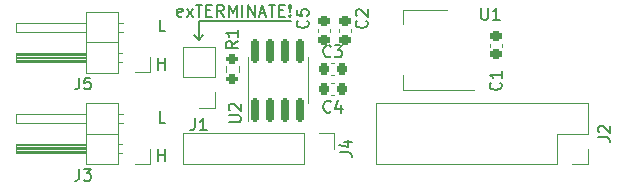
<source format=gbr>
%TF.GenerationSoftware,KiCad,Pcbnew,(6.0.7)*%
%TF.CreationDate,2023-01-15T17:04:05+01:00*%
%TF.ProjectId,I_CAN_has_carrot,495f4341-4e5f-4686-9173-5f636172726f,rev?*%
%TF.SameCoordinates,Original*%
%TF.FileFunction,Legend,Top*%
%TF.FilePolarity,Positive*%
%FSLAX46Y46*%
G04 Gerber Fmt 4.6, Leading zero omitted, Abs format (unit mm)*
G04 Created by KiCad (PCBNEW (6.0.7)) date 2023-01-15 17:04:05*
%MOMM*%
%LPD*%
G01*
G04 APERTURE LIST*
G04 Aperture macros list*
%AMRoundRect*
0 Rectangle with rounded corners*
0 $1 Rounding radius*
0 $2 $3 $4 $5 $6 $7 $8 $9 X,Y pos of 4 corners*
0 Add a 4 corners polygon primitive as box body*
4,1,4,$2,$3,$4,$5,$6,$7,$8,$9,$2,$3,0*
0 Add four circle primitives for the rounded corners*
1,1,$1+$1,$2,$3*
1,1,$1+$1,$4,$5*
1,1,$1+$1,$6,$7*
1,1,$1+$1,$8,$9*
0 Add four rect primitives between the rounded corners*
20,1,$1+$1,$2,$3,$4,$5,0*
20,1,$1+$1,$4,$5,$6,$7,0*
20,1,$1+$1,$6,$7,$8,$9,0*
20,1,$1+$1,$8,$9,$2,$3,0*%
G04 Aperture macros list end*
%ADD10C,0.150000*%
%ADD11C,0.120000*%
%ADD12RoundRect,0.200000X0.275000X-0.200000X0.275000X0.200000X-0.275000X0.200000X-0.275000X-0.200000X0*%
%ADD13R,1.700000X1.700000*%
%ADD14O,1.700000X1.700000*%
%ADD15RoundRect,0.225000X-0.225000X-0.250000X0.225000X-0.250000X0.225000X0.250000X-0.225000X0.250000X0*%
%ADD16RoundRect,0.225000X-0.250000X0.225000X-0.250000X-0.225000X0.250000X-0.225000X0.250000X0.225000X0*%
%ADD17R,2.000000X1.500000*%
%ADD18R,2.000000X3.800000*%
%ADD19RoundRect,0.150000X0.150000X-0.825000X0.150000X0.825000X-0.150000X0.825000X-0.150000X-0.825000X0*%
G04 APERTURE END LIST*
D10*
X115200000Y-52200000D02*
X107400000Y-52200000D01*
X107800000Y-53400000D02*
X107400000Y-53800000D01*
X107400000Y-52200000D02*
X107400000Y-53800000D01*
X107000000Y-53400000D02*
X107400000Y-53800000D01*
X105991547Y-51779761D02*
X105896309Y-51827380D01*
X105705833Y-51827380D01*
X105610595Y-51779761D01*
X105562976Y-51684523D01*
X105562976Y-51303571D01*
X105610595Y-51208333D01*
X105705833Y-51160714D01*
X105896309Y-51160714D01*
X105991547Y-51208333D01*
X106039166Y-51303571D01*
X106039166Y-51398809D01*
X105562976Y-51494047D01*
X106372500Y-51827380D02*
X106896309Y-51160714D01*
X106372500Y-51160714D02*
X106896309Y-51827380D01*
X107134404Y-50827380D02*
X107705833Y-50827380D01*
X107420119Y-51827380D02*
X107420119Y-50827380D01*
X108039166Y-51303571D02*
X108372500Y-51303571D01*
X108515357Y-51827380D02*
X108039166Y-51827380D01*
X108039166Y-50827380D01*
X108515357Y-50827380D01*
X109515357Y-51827380D02*
X109182023Y-51351190D01*
X108943928Y-51827380D02*
X108943928Y-50827380D01*
X109324880Y-50827380D01*
X109420119Y-50875000D01*
X109467738Y-50922619D01*
X109515357Y-51017857D01*
X109515357Y-51160714D01*
X109467738Y-51255952D01*
X109420119Y-51303571D01*
X109324880Y-51351190D01*
X108943928Y-51351190D01*
X109943928Y-51827380D02*
X109943928Y-50827380D01*
X110277261Y-51541666D01*
X110610595Y-50827380D01*
X110610595Y-51827380D01*
X111086785Y-51827380D02*
X111086785Y-50827380D01*
X111562976Y-51827380D02*
X111562976Y-50827380D01*
X112134404Y-51827380D01*
X112134404Y-50827380D01*
X112562976Y-51541666D02*
X113039166Y-51541666D01*
X112467738Y-51827380D02*
X112801071Y-50827380D01*
X113134404Y-51827380D01*
X113324880Y-50827380D02*
X113896309Y-50827380D01*
X113610595Y-51827380D02*
X113610595Y-50827380D01*
X114229642Y-51303571D02*
X114562976Y-51303571D01*
X114705833Y-51827380D02*
X114229642Y-51827380D01*
X114229642Y-50827380D01*
X114705833Y-50827380D01*
X115134404Y-51732142D02*
X115182023Y-51779761D01*
X115134404Y-51827380D01*
X115086785Y-51779761D01*
X115134404Y-51732142D01*
X115134404Y-51827380D01*
X115134404Y-51446428D02*
X115086785Y-50875000D01*
X115134404Y-50827380D01*
X115182023Y-50875000D01*
X115134404Y-51446428D01*
X115134404Y-50827380D01*
X104559523Y-60842380D02*
X104083333Y-60842380D01*
X104083333Y-59842380D01*
X103964285Y-64062380D02*
X103964285Y-63062380D01*
X103964285Y-63538571D02*
X104535714Y-63538571D01*
X104535714Y-64062380D02*
X104535714Y-63062380D01*
X104559523Y-53092380D02*
X104083333Y-53092380D01*
X104083333Y-52092380D01*
X103964285Y-56312380D02*
X103964285Y-55312380D01*
X103964285Y-55788571D02*
X104535714Y-55788571D01*
X104535714Y-56312380D02*
X104535714Y-55312380D01*
%TO.C,R1*%
X110702380Y-53916666D02*
X110226190Y-54250000D01*
X110702380Y-54488095D02*
X109702380Y-54488095D01*
X109702380Y-54107142D01*
X109750000Y-54011904D01*
X109797619Y-53964285D01*
X109892857Y-53916666D01*
X110035714Y-53916666D01*
X110130952Y-53964285D01*
X110178571Y-54011904D01*
X110226190Y-54107142D01*
X110226190Y-54488095D01*
X110702380Y-52964285D02*
X110702380Y-53535714D01*
X110702380Y-53250000D02*
X109702380Y-53250000D01*
X109845238Y-53345238D01*
X109940476Y-53440476D01*
X109988095Y-53535714D01*
%TO.C,J4*%
X119342380Y-63333333D02*
X120056666Y-63333333D01*
X120199523Y-63380952D01*
X120294761Y-63476190D01*
X120342380Y-63619047D01*
X120342380Y-63714285D01*
X119675714Y-62428571D02*
X120342380Y-62428571D01*
X119294761Y-62666666D02*
X120009047Y-62904761D01*
X120009047Y-62285714D01*
%TO.C,C3*%
X118583333Y-55177142D02*
X118535714Y-55224761D01*
X118392857Y-55272380D01*
X118297619Y-55272380D01*
X118154761Y-55224761D01*
X118059523Y-55129523D01*
X118011904Y-55034285D01*
X117964285Y-54843809D01*
X117964285Y-54700952D01*
X118011904Y-54510476D01*
X118059523Y-54415238D01*
X118154761Y-54320000D01*
X118297619Y-54272380D01*
X118392857Y-54272380D01*
X118535714Y-54320000D01*
X118583333Y-54367619D01*
X118916666Y-54272380D02*
X119535714Y-54272380D01*
X119202380Y-54653333D01*
X119345238Y-54653333D01*
X119440476Y-54700952D01*
X119488095Y-54748571D01*
X119535714Y-54843809D01*
X119535714Y-55081904D01*
X119488095Y-55177142D01*
X119440476Y-55224761D01*
X119345238Y-55272380D01*
X119059523Y-55272380D01*
X118964285Y-55224761D01*
X118916666Y-55177142D01*
%TO.C,C5*%
X116607142Y-52166666D02*
X116654761Y-52214285D01*
X116702380Y-52357142D01*
X116702380Y-52452380D01*
X116654761Y-52595238D01*
X116559523Y-52690476D01*
X116464285Y-52738095D01*
X116273809Y-52785714D01*
X116130952Y-52785714D01*
X115940476Y-52738095D01*
X115845238Y-52690476D01*
X115750000Y-52595238D01*
X115702380Y-52452380D01*
X115702380Y-52357142D01*
X115750000Y-52214285D01*
X115797619Y-52166666D01*
X115702380Y-51261904D02*
X115702380Y-51738095D01*
X116178571Y-51785714D01*
X116130952Y-51738095D01*
X116083333Y-51642857D01*
X116083333Y-51404761D01*
X116130952Y-51309523D01*
X116178571Y-51261904D01*
X116273809Y-51214285D01*
X116511904Y-51214285D01*
X116607142Y-51261904D01*
X116654761Y-51309523D01*
X116702380Y-51404761D01*
X116702380Y-51642857D01*
X116654761Y-51738095D01*
X116607142Y-51785714D01*
%TO.C,U1*%
X131328095Y-51102380D02*
X131328095Y-51911904D01*
X131375714Y-52007142D01*
X131423333Y-52054761D01*
X131518571Y-52102380D01*
X131709047Y-52102380D01*
X131804285Y-52054761D01*
X131851904Y-52007142D01*
X131899523Y-51911904D01*
X131899523Y-51102380D01*
X132899523Y-52102380D02*
X132328095Y-52102380D01*
X132613809Y-52102380D02*
X132613809Y-51102380D01*
X132518571Y-51245238D01*
X132423333Y-51340476D01*
X132328095Y-51388095D01*
%TO.C,C2*%
X121607142Y-52166666D02*
X121654761Y-52214285D01*
X121702380Y-52357142D01*
X121702380Y-52452380D01*
X121654761Y-52595238D01*
X121559523Y-52690476D01*
X121464285Y-52738095D01*
X121273809Y-52785714D01*
X121130952Y-52785714D01*
X120940476Y-52738095D01*
X120845238Y-52690476D01*
X120750000Y-52595238D01*
X120702380Y-52452380D01*
X120702380Y-52357142D01*
X120750000Y-52214285D01*
X120797619Y-52166666D01*
X120797619Y-51785714D02*
X120750000Y-51738095D01*
X120702380Y-51642857D01*
X120702380Y-51404761D01*
X120750000Y-51309523D01*
X120797619Y-51261904D01*
X120892857Y-51214285D01*
X120988095Y-51214285D01*
X121130952Y-51261904D01*
X121702380Y-51833333D01*
X121702380Y-51214285D01*
%TO.C,J2*%
X141222380Y-62063333D02*
X141936666Y-62063333D01*
X142079523Y-62110952D01*
X142174761Y-62206190D01*
X142222380Y-62349047D01*
X142222380Y-62444285D01*
X141317619Y-61634761D02*
X141270000Y-61587142D01*
X141222380Y-61491904D01*
X141222380Y-61253809D01*
X141270000Y-61158571D01*
X141317619Y-61110952D01*
X141412857Y-61063333D01*
X141508095Y-61063333D01*
X141650952Y-61110952D01*
X142222380Y-61682380D01*
X142222380Y-61063333D01*
%TO.C,C1*%
X132947142Y-57416666D02*
X132994761Y-57464285D01*
X133042380Y-57607142D01*
X133042380Y-57702380D01*
X132994761Y-57845238D01*
X132899523Y-57940476D01*
X132804285Y-57988095D01*
X132613809Y-58035714D01*
X132470952Y-58035714D01*
X132280476Y-57988095D01*
X132185238Y-57940476D01*
X132090000Y-57845238D01*
X132042380Y-57702380D01*
X132042380Y-57607142D01*
X132090000Y-57464285D01*
X132137619Y-57416666D01*
X133042380Y-56464285D02*
X133042380Y-57035714D01*
X133042380Y-56750000D02*
X132042380Y-56750000D01*
X132185238Y-56845238D01*
X132280476Y-56940476D01*
X132328095Y-57035714D01*
%TO.C,U2*%
X109952380Y-60761904D02*
X110761904Y-60761904D01*
X110857142Y-60714285D01*
X110904761Y-60666666D01*
X110952380Y-60571428D01*
X110952380Y-60380952D01*
X110904761Y-60285714D01*
X110857142Y-60238095D01*
X110761904Y-60190476D01*
X109952380Y-60190476D01*
X110047619Y-59761904D02*
X110000000Y-59714285D01*
X109952380Y-59619047D01*
X109952380Y-59380952D01*
X110000000Y-59285714D01*
X110047619Y-59238095D01*
X110142857Y-59190476D01*
X110238095Y-59190476D01*
X110380952Y-59238095D01*
X110952380Y-59809523D01*
X110952380Y-59190476D01*
%TO.C,J1*%
X107076666Y-60452380D02*
X107076666Y-61166666D01*
X107029047Y-61309523D01*
X106933809Y-61404761D01*
X106790952Y-61452380D01*
X106695714Y-61452380D01*
X108076666Y-61452380D02*
X107505238Y-61452380D01*
X107790952Y-61452380D02*
X107790952Y-60452380D01*
X107695714Y-60595238D01*
X107600476Y-60690476D01*
X107505238Y-60738095D01*
%TO.C,J3*%
X97281666Y-64722380D02*
X97281666Y-65436666D01*
X97234047Y-65579523D01*
X97138809Y-65674761D01*
X96995952Y-65722380D01*
X96900714Y-65722380D01*
X97662619Y-64722380D02*
X98281666Y-64722380D01*
X97948333Y-65103333D01*
X98091190Y-65103333D01*
X98186428Y-65150952D01*
X98234047Y-65198571D01*
X98281666Y-65293809D01*
X98281666Y-65531904D01*
X98234047Y-65627142D01*
X98186428Y-65674761D01*
X98091190Y-65722380D01*
X97805476Y-65722380D01*
X97710238Y-65674761D01*
X97662619Y-65627142D01*
%TO.C,C4*%
X118583333Y-59857142D02*
X118535714Y-59904761D01*
X118392857Y-59952380D01*
X118297619Y-59952380D01*
X118154761Y-59904761D01*
X118059523Y-59809523D01*
X118011904Y-59714285D01*
X117964285Y-59523809D01*
X117964285Y-59380952D01*
X118011904Y-59190476D01*
X118059523Y-59095238D01*
X118154761Y-59000000D01*
X118297619Y-58952380D01*
X118392857Y-58952380D01*
X118535714Y-59000000D01*
X118583333Y-59047619D01*
X119440476Y-59285714D02*
X119440476Y-59952380D01*
X119202380Y-58904761D02*
X118964285Y-59619047D01*
X119583333Y-59619047D01*
%TO.C,J5*%
X97281666Y-56997380D02*
X97281666Y-57711666D01*
X97234047Y-57854523D01*
X97138809Y-57949761D01*
X96995952Y-57997380D01*
X96900714Y-57997380D01*
X98234047Y-56997380D02*
X97757857Y-56997380D01*
X97710238Y-57473571D01*
X97757857Y-57425952D01*
X97853095Y-57378333D01*
X98091190Y-57378333D01*
X98186428Y-57425952D01*
X98234047Y-57473571D01*
X98281666Y-57568809D01*
X98281666Y-57806904D01*
X98234047Y-57902142D01*
X98186428Y-57949761D01*
X98091190Y-57997380D01*
X97853095Y-57997380D01*
X97757857Y-57949761D01*
X97710238Y-57902142D01*
D11*
%TO.C,R1*%
X110772500Y-56487258D02*
X110772500Y-56012742D01*
X109727500Y-56487258D02*
X109727500Y-56012742D01*
%TO.C,J4*%
X118890000Y-61670000D02*
X118890000Y-63000000D01*
X106070000Y-61670000D02*
X106070000Y-64330000D01*
X117560000Y-61670000D02*
X118890000Y-61670000D01*
X116290000Y-61670000D02*
X116290000Y-64330000D01*
X116290000Y-64330000D02*
X106070000Y-64330000D01*
X116290000Y-61670000D02*
X106070000Y-61670000D01*
%TO.C,C3*%
X118609420Y-56760000D02*
X118890580Y-56760000D01*
X118609420Y-55740000D02*
X118890580Y-55740000D01*
%TO.C,C5*%
X118510000Y-52859420D02*
X118510000Y-53140580D01*
X117490000Y-52859420D02*
X117490000Y-53140580D01*
%TO.C,U1*%
X124680000Y-58060000D02*
X124680000Y-56800000D01*
X130690000Y-58060000D02*
X124680000Y-58060000D01*
X128440000Y-51240000D02*
X124680000Y-51240000D01*
X124680000Y-51240000D02*
X124680000Y-52500000D01*
%TO.C,C2*%
X119240000Y-52859420D02*
X119240000Y-53140580D01*
X120260000Y-52859420D02*
X120260000Y-53140580D01*
%TO.C,J2*%
X140330000Y-63000000D02*
X140330000Y-64330000D01*
X140330000Y-59130000D02*
X122430000Y-59130000D01*
X140330000Y-64330000D02*
X139000000Y-64330000D01*
X137730000Y-64330000D02*
X122430000Y-64330000D01*
X140330000Y-61730000D02*
X137730000Y-61730000D01*
X122430000Y-59130000D02*
X122430000Y-64330000D01*
X140330000Y-59130000D02*
X140330000Y-61730000D01*
X137730000Y-61730000D02*
X137730000Y-64330000D01*
%TO.C,C1*%
X133100000Y-54109420D02*
X133100000Y-54390580D01*
X132080000Y-54109420D02*
X132080000Y-54390580D01*
%TO.C,U2*%
X111535000Y-57225000D02*
X111535000Y-60675000D01*
X116655000Y-57225000D02*
X116655000Y-55275000D01*
X116655000Y-57225000D02*
X116655000Y-59175000D01*
X111535000Y-57225000D02*
X111535000Y-55275000D01*
%TO.C,J1*%
X108740000Y-56980000D02*
X106080000Y-56980000D01*
X108740000Y-54380000D02*
X106080000Y-54380000D01*
X108740000Y-58250000D02*
X108740000Y-59580000D01*
X108740000Y-59580000D02*
X107410000Y-59580000D01*
X106080000Y-56980000D02*
X106080000Y-54380000D01*
X108740000Y-56980000D02*
X108740000Y-54380000D01*
%TO.C,J3*%
X97900000Y-63080000D02*
X91900000Y-63080000D01*
X100560000Y-64330000D02*
X100560000Y-59130000D01*
X91900000Y-63380000D02*
X91900000Y-62620000D01*
X100560000Y-61730000D02*
X97900000Y-61730000D01*
X97900000Y-63380000D02*
X91900000Y-63380000D01*
X97900000Y-60840000D02*
X91900000Y-60840000D01*
X100957071Y-60840000D02*
X100560000Y-60840000D01*
X97900000Y-63320000D02*
X91900000Y-63320000D01*
X91900000Y-60840000D02*
X91900000Y-60080000D01*
X103270000Y-64270000D02*
X102000000Y-64270000D01*
X100957071Y-60080000D02*
X100560000Y-60080000D01*
X103270000Y-63000000D02*
X103270000Y-64270000D01*
X97900000Y-63200000D02*
X91900000Y-63200000D01*
X97900000Y-62720000D02*
X91900000Y-62720000D01*
X100890000Y-62620000D02*
X100560000Y-62620000D01*
X97900000Y-62960000D02*
X91900000Y-62960000D01*
X91900000Y-62620000D02*
X97900000Y-62620000D01*
X91900000Y-60080000D02*
X97900000Y-60080000D01*
X100560000Y-59130000D02*
X97900000Y-59130000D01*
X97900000Y-64330000D02*
X100560000Y-64330000D01*
X100890000Y-63380000D02*
X100560000Y-63380000D01*
X97900000Y-62840000D02*
X91900000Y-62840000D01*
X97900000Y-59130000D02*
X97900000Y-64330000D01*
%TO.C,C4*%
X118609420Y-57490000D02*
X118890580Y-57490000D01*
X118609420Y-58510000D02*
X118890580Y-58510000D01*
%TO.C,J5*%
X97900000Y-54995000D02*
X91900000Y-54995000D01*
X97900000Y-55475000D02*
X91900000Y-55475000D01*
X100890000Y-54895000D02*
X100560000Y-54895000D01*
X97900000Y-55595000D02*
X91900000Y-55595000D01*
X97900000Y-55235000D02*
X91900000Y-55235000D01*
X97900000Y-55115000D02*
X91900000Y-55115000D01*
X100957071Y-52355000D02*
X100560000Y-52355000D01*
X91900000Y-52355000D02*
X97900000Y-52355000D01*
X100560000Y-51405000D02*
X97900000Y-51405000D01*
X103270000Y-56545000D02*
X102000000Y-56545000D01*
X97900000Y-56605000D02*
X100560000Y-56605000D01*
X100560000Y-54005000D02*
X97900000Y-54005000D01*
X97900000Y-55655000D02*
X91900000Y-55655000D01*
X100560000Y-56605000D02*
X100560000Y-51405000D01*
X100957071Y-53115000D02*
X100560000Y-53115000D01*
X103270000Y-55275000D02*
X103270000Y-56545000D01*
X97900000Y-55355000D02*
X91900000Y-55355000D01*
X97900000Y-51405000D02*
X97900000Y-56605000D01*
X91900000Y-55655000D02*
X91900000Y-54895000D01*
X91900000Y-53115000D02*
X91900000Y-52355000D01*
X97900000Y-53115000D02*
X91900000Y-53115000D01*
X100890000Y-55655000D02*
X100560000Y-55655000D01*
X91900000Y-54895000D02*
X97900000Y-54895000D01*
%TD*%
%LPC*%
D12*
%TO.C,R1*%
X110250000Y-57075000D03*
X110250000Y-55425000D03*
%TD*%
D13*
%TO.C,J4*%
X117560000Y-63000000D03*
D14*
X115020000Y-63000000D03*
X112480000Y-63000000D03*
X109940000Y-63000000D03*
X107400000Y-63000000D03*
%TD*%
D15*
%TO.C,C3*%
X117975000Y-56250000D03*
X119525000Y-56250000D03*
%TD*%
D16*
%TO.C,C5*%
X118000000Y-52225000D03*
X118000000Y-53775000D03*
%TD*%
D17*
%TO.C,U1*%
X129740000Y-56950000D03*
D18*
X123440000Y-54650000D03*
D17*
X129740000Y-54650000D03*
X129740000Y-52350000D03*
%TD*%
D16*
%TO.C,C2*%
X119750000Y-52225000D03*
X119750000Y-53775000D03*
%TD*%
D13*
%TO.C,J2*%
X139000000Y-63000000D03*
D14*
X139000000Y-60460000D03*
X136460000Y-63000000D03*
X136460000Y-60460000D03*
X133920000Y-63000000D03*
X133920000Y-60460000D03*
X131380000Y-63000000D03*
X131380000Y-60460000D03*
X128840000Y-63000000D03*
X128840000Y-60460000D03*
X126300000Y-63000000D03*
X126300000Y-60460000D03*
X123760000Y-63000000D03*
X123760000Y-60460000D03*
%TD*%
D16*
%TO.C,C1*%
X132590000Y-53475000D03*
X132590000Y-55025000D03*
%TD*%
D19*
%TO.C,U2*%
X112190000Y-59700000D03*
X113460000Y-59700000D03*
X114730000Y-59700000D03*
X116000000Y-59700000D03*
X116000000Y-54750000D03*
X114730000Y-54750000D03*
X113460000Y-54750000D03*
X112190000Y-54750000D03*
%TD*%
D13*
%TO.C,J1*%
X107410000Y-58250000D03*
D14*
X107410000Y-55710000D03*
%TD*%
D13*
%TO.C,J3*%
X102000000Y-63000000D03*
D14*
X102000000Y-60460000D03*
%TD*%
D15*
%TO.C,C4*%
X117975000Y-58000000D03*
X119525000Y-58000000D03*
%TD*%
D13*
%TO.C,J5*%
X102000000Y-55275000D03*
D14*
X102000000Y-52735000D03*
%TD*%
M02*

</source>
